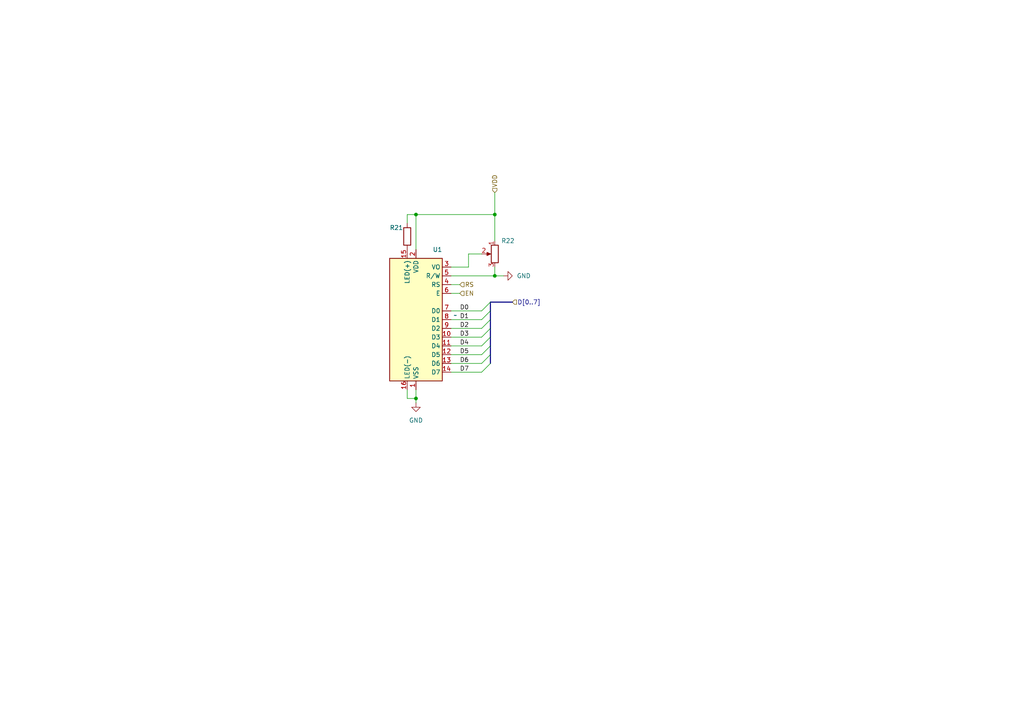
<source format=kicad_sch>
(kicad_sch (version 20230121) (generator eeschema)
  (paper "A4")
  (lib_symbols
    (symbol "ADF_5355_Lib:LCD_16x2"
      (property "Reference" "U" (at 6.35 20.32 0))
      (symbol "LCD_16x2_1_1"
        (rectangle (start -7.62 19.05) (end 7.62 -16.51) (stroke (width 0.254)) (fill (type background)))
        (pin power_in line (at 0 -19.05 90) (length 2.54) (name "VSS") (number "1"))
        (pin input line (at -10.16 -3.81 0) (length 2.54) (name "D3") (number "10"))
        (pin input line (at -10.16 -6.35 0) (length 2.54) (name "D4") (number "11"))
        (pin input line (at -10.16 -8.89 0) (length 2.54) (name "D5") (number "12"))
        (pin input line (at -10.16 -11.43 0) (length 2.54) (name "D6") (number "13"))
        (pin input line (at -10.16 -13.97 0) (length 2.54) (name "D7") (number "14"))
        (pin power_in line (at 2.54 21.59 270) (length 2.54) (name "LED(+)") (number "15"))
        (pin power_in line (at 2.54 -19.05 90) (length 2.54) (name "LED(-)") (number "16"))
        (pin power_in line (at 0 21.59 270) (length 2.54) (name "VDD") (number "2"))
        (pin input line (at -10.16 16.51 0) (length 2.54) (name "VO") (number "3"))
        (pin input line (at -10.16 11.43 0) (length 2.54) (name "RS") (number "4"))
        (pin input line (at -10.16 13.97 0) (length 2.54) (name "R/W") (number "5"))
        (pin input line (at -10.16 8.89 0) (length 2.54) (name "E") (number "6"))
        (pin input line (at -10.16 3.81 0) (length 2.54) (name "D0") (number "7"))
        (pin input line (at -10.16 1.27 0) (length 2.54) (name "D1") (number "8"))
        (pin input line (at -10.16 -1.27 0) (length 2.54) (name "D2") (number "9"))
      )
    )
    (symbol "Device:R" (pin_numbers hide) (pin_names (offset 0))
      (property "Reference" "R" (at 2.032 0 90))
      (property "Value" "R" (at 0 0 90))
      (symbol "R_0_1"
        (rectangle (start -1.016 -2.54) (end 1.016 2.54) (stroke (width 0.254)))
      )
      (symbol "R_1_1"
        (pin passive line (at 0 3.81 270) (length 1.27) (name "~") (number "1"))
        (pin passive line (at 0 -3.81 90) (length 1.27) (name "~") (number "2"))
      )
    )
    (symbol "Device:R_Potentiometer" (pin_names (offset 1.016) hide)
      (property "Reference" "RV" (at -4.445 0 90))
      (property "Value" "R_Potentiometer" (at -2.54 0 90))
      (symbol "R_Potentiometer_0_1"
        (polyline (pts (xy 2.54 0) (xy 1.524 0)))
        (polyline (pts (xy 1.143 0) (xy 2.286 0.508) (xy 2.286 -0.508) (xy 1.143 0)) (fill (type outline)))
        (rectangle (start 1.016 2.54) (end -1.016 -2.54) (stroke (width 0.254)))
      )
      (symbol "R_Potentiometer_1_1"
        (pin passive line (at 0 3.81 270) (length 1.27) (name "1") (number "1"))
        (pin passive line (at 3.81 0 180) (length 1.27) (name "2") (number "2"))
        (pin passive line (at 0 -3.81 90) (length 1.27) (name "3") (number "3"))
      )
    )
    (symbol "power:GND" (power) (pin_names (offset 0))
      (property "Value" "GND" (at 0 -3.81 0))
      (symbol "GND_0_1"
        (polyline (pts (xy 0 0) (xy 0 -1.27) (xy 1.27 -1.27) (xy 0 -2.54) (xy -1.27 -1.27) (xy 0 -1.27)))
      )
      (symbol "GND_1_1"
        (pin power_in line (at 0 0 270) (length 0) hide (name "GND") (number "1"))
      )
    )
  )
  (junction (at 120.65 62.23))
  (junction (at 143.51 62.23))
  (junction (at 143.51 80.01))
  (junction (at 120.65 115.57))
  (bus_entry (at 139.7 102.87) (size 2.54 -2.54))
  (bus_entry (at 139.7 107.95) (size 2.54 -2.54))
  (bus_entry (at 139.7 92.71) (size 2.54 -2.54))
  (bus_entry (at 139.7 97.79) (size 2.54 -2.54))
  (bus_entry (at 139.7 90.17) (size 2.54 -2.54))
  (bus_entry (at 139.7 105.41) (size 2.54 -2.54))
  (bus_entry (at 139.7 95.25) (size 2.54 -2.54))
  (bus_entry (at 139.7 100.33) (size 2.54 -2.54))
  (bus (pts (xy 142.24 95.25) (xy 142.24 97.79)))
  (bus (pts (xy 142.24 97.79) (xy 142.24 100.33)))
  (bus (pts (xy 142.24 87.63) (xy 142.24 90.17)))
  (wire (pts (xy 120.65 116.84) (xy 120.65 115.57)))
  (bus (pts (xy 142.24 90.17) (xy 142.24 92.71)))
  (wire (pts (xy 130.81 90.17) (xy 139.7 90.17)))
  (wire (pts (xy 139.7 73.66) (xy 135.89 73.66)))
  (wire (pts (xy 130.81 77.47) (xy 135.89 77.47)))
  (wire (pts (xy 135.89 73.66) (xy 135.89 77.47)))
  (bus (pts (xy 148.59 87.63) (xy 142.24 87.63)))
  (bus (pts (xy 142.24 100.33) (xy 142.24 102.87)))
  (wire (pts (xy 130.81 95.25) (xy 139.7 95.25)))
  (wire (pts (xy 133.35 85.09) (xy 130.81 85.09)))
  (wire (pts (xy 130.81 97.79) (xy 139.7 97.79)))
  (wire (pts (xy 143.51 55.88) (xy 143.51 62.23)))
  (wire (pts (xy 130.81 80.01) (xy 143.51 80.01)))
  (wire (pts (xy 130.81 102.87) (xy 139.7 102.87)))
  (wire (pts (xy 130.81 92.71) (xy 139.7 92.71)))
  (wire (pts (xy 133.35 82.55) (xy 130.81 82.55)))
  (bus (pts (xy 142.24 92.71) (xy 142.24 95.25)))
  (wire (pts (xy 118.11 64.77) (xy 118.11 62.23)))
  (wire (pts (xy 118.11 115.57) (xy 120.65 115.57)))
  (wire (pts (xy 118.11 62.23) (xy 120.65 62.23)))
  (wire (pts (xy 130.81 107.95) (xy 139.7 107.95)))
  (wire (pts (xy 120.65 62.23) (xy 120.65 72.39)))
  (wire (pts (xy 120.65 115.57) (xy 120.65 113.03)))
  (wire (pts (xy 143.51 62.23) (xy 143.51 69.85)))
  (wire (pts (xy 130.81 105.41) (xy 139.7 105.41)))
  (bus (pts (xy 142.24 102.87) (xy 142.24 105.41)))
  (wire (pts (xy 130.81 100.33) (xy 139.7 100.33)))
  (wire (pts (xy 143.51 80.01) (xy 146.05 80.01)))
  (wire (pts (xy 118.11 113.03) (xy 118.11 115.57)))
  (wire (pts (xy 120.65 62.23) (xy 143.51 62.23)))
  (wire (pts (xy 143.51 77.47) (xy 143.51 80.01)))
  (label "D0" (at 133.35 90.17 0))
  (label "D6" (at 133.35 105.41 0))
  (label "D3" (at 133.35 97.79 0))
  (label "D1" (at 133.35 92.71 0))
  (label "D4" (at 133.35 100.33 0))
  (label "D5" (at 133.35 102.87 0))
  (label "D7" (at 133.35 107.95 0))
  (label "D2" (at 133.35 95.25 0))
  (hierarchical_label "VDD" (shape input) (at 143.51 55.88 90))
  (hierarchical_label "D[0..7]" (shape input) (at 148.59 87.63 0))
  (hierarchical_label "RS" (shape input) (at 133.35 82.55 0))
  (hierarchical_label "EN" (shape input) (at 133.35 85.09 0))
  (symbol (lib_id "power:GND") (at 120.65 116.84 0) (unit 1)
    (property "Reference" "#PWR010" (effects hide))
    (property "Value" "GND" (at 120.65 121.92 0))
  )
  (symbol (lib_id "power:GND") (at 146.05 80.01 90) (unit 1)
    (property "Reference" "#PWR025" (effects hide))
    (property "Value" "GND" (at 149.86 80.01 90) (effects (justify right)))
  )
  (symbol (lib_id "ADF_5355_Lib:LCD_16x2") (at 120.65 93.98 0) (mirror y) (unit 1)
    (property "Reference" "U1" (at 128.27 72.39 0) (effects (justify left)))
    (property "Value" "~" (at 132.08 91.44 0))
  )
  (symbol (lib_id "Device:R") (at 118.11 68.58 0) (unit 1)
    (property "Reference" "R21" (at 113.03 66.04 0) (effects (justify left)))
    (property "Value" "R" (effects hide))
    (instances (project "ADF5355_VCO" (path "" (reference "R21") (unit 1)) (path "" (reference "R8") (unit 1))))
  )
  (symbol (lib_id "Device:R_Potentiometer") (at 143.51 73.66 0) (mirror y) (unit 1)
    (property "Reference" "R22" (at 147.32 69.85 0))
    (property "Value" "10k" (effects hide))
    (instances (project "ADF5355_VCO" (path "" (reference "R22") (unit 1)) (path "" (reference "R9") (unit 1))))
  )
)
</source>
